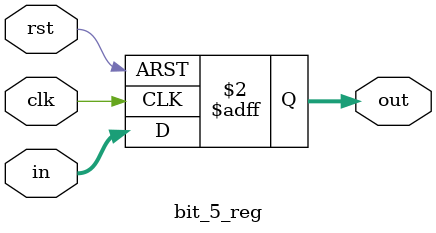
<source format=v>
    module bit_5_reg (in , clk , rst , out);
input [4:0]in;
input clk;
input rst;
output reg [4:0]out;
always@(posedge rst or posedge clk)
begin
    if(rst)
        out <= 5'b 00000;
    else
        out <= in;
end
endmodule
    

</source>
